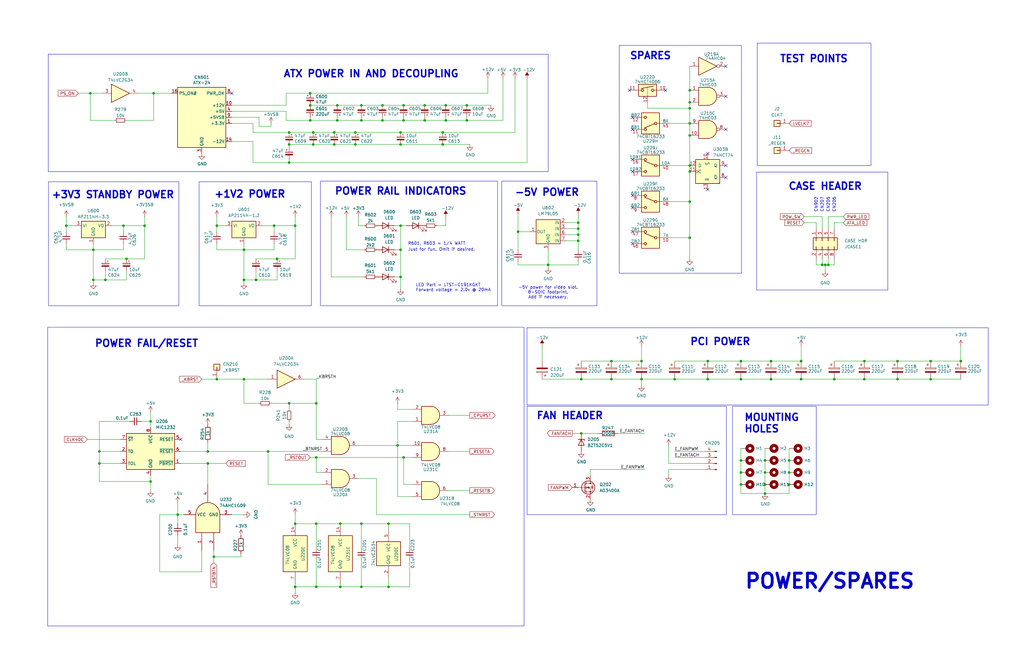
<source format=kicad_sch>
(kicad_sch (version 20231120) (generator "eeschema") (generator_version "8.0")
  (paper "B")
  (title_block (title "AMIGA PCI") (date "2025-07-11") (rev "6.0"))
  (junction (at 290.83 38.1))
  (junction (at 187.96 50.8))
  (junction (at 290.83 57.15))
  (junction (at 349.25 111.76))
  (junction (at 243.84 101.6))
  (junction (at 121.92 170.18))
  (junction (at 243.84 96.52))
  (junction (at 290.83 69.85))
  (junction (at 322.58 208.28))
  (junction (at 133.35 170.18))
  (junction (at 87.63 195.58))
  (junction (at 270.51 152.4))
  (junction (at 140.97 55.88))
  (junction (at 170.18 193.04))
  (junction (at 298.45 152.4))
  (junction (at 44.45 118.11))
  (junction (at 167.64 187.96))
  (junction (at 298.45 160.02))
  (junction (at 142.24 50.8))
  (junction (at 41.91 190.5))
  (junction (at 41.91 195.58))
  (junction (at 63.5 203.2))
  (junction (at 87.63 190.5))
  (junction (at 168.91 60.96))
  (junction (at 102.87 105.41))
  (junction (at 257.81 160.02))
  (junction (at 39.37 105.41))
  (junction (at 130.81 50.8))
  (junction (at 140.97 60.96))
  (junction (at 312.42 194.31))
  (junction (at 290.83 52.07))
  (junction (at 270.51 160.02))
  (junction (at 245.11 182.88))
  (junction (at 168.91 95.25))
  (junction (at 142.24 44.45))
  (junction (at 152.4 50.8))
  (junction (at 161.29 44.45))
  (junction (at 392.43 152.4))
  (junction (at 290.83 43.18))
  (junction (at 170.18 44.45))
  (junction (at 332.74 199.39))
  (junction (at 124.46 95.25))
  (junction (at 168.91 105.41))
  (junction (at 312.42 160.02))
  (junction (at 187.96 44.45))
  (junction (at 39.37 118.11))
  (junction (at 143.51 220.98))
  (junction (at 152.4 44.45))
  (junction (at 243.84 99.06))
  (junction (at 322.58 204.47))
  (junction (at 130.81 39.37))
  (junction (at 218.44 97.79))
  (junction (at 312.42 152.4))
  (junction (at 168.91 116.84))
  (junction (at 196.85 44.45))
  (junction (at 186.69 60.96))
  (junction (at 116.84 109.22))
  (junction (at 124.46 220.98))
  (junction (at 186.69 55.88))
  (junction (at 113.03 190.5))
  (junction (at 364.49 152.4))
  (junction (at 346.71 111.76))
  (junction (at 133.35 193.04))
  (junction (at 351.79 160.02))
  (junction (at 332.74 194.31))
  (junction (at 63.5 177.8))
  (junction (at 170.18 50.8))
  (junction (at 325.12 152.4))
  (junction (at 53.34 109.22))
  (junction (at 132.08 60.96))
  (junction (at 132.08 55.88))
  (junction (at 290.83 72.39))
  (junction (at 179.07 50.8))
  (junction (at 38.1 39.37))
  (junction (at 121.92 68.58))
  (junction (at 378.46 160.02))
  (junction (at 91.44 95.25))
  (junction (at 133.35 220.98))
  (junction (at 163.83 220.98))
  (junction (at 179.07 44.45))
  (junction (at 102.87 118.11))
  (junction (at 115.57 95.25))
  (junction (at 130.81 44.45))
  (junction (at 121.92 60.96))
  (junction (at 378.46 152.4))
  (junction (at 121.92 55.88))
  (junction (at 143.51 247.65))
  (junction (at 245.11 160.02))
  (junction (at 149.86 60.96))
  (junction (at 290.83 45.72))
  (junction (at 64.77 39.37))
  (junction (at 27.94 95.25))
  (junction (at 52.07 95.25))
  (junction (at 332.74 204.47))
  (junction (at 149.86 55.88))
  (junction (at 133.35 247.65))
  (junction (at 168.91 55.88))
  (junction (at 347.98 111.76))
  (junction (at 337.82 160.02))
  (junction (at 337.82 152.4))
  (junction (at 163.83 247.65))
  (junction (at 196.85 50.8))
  (junction (at 124.46 247.65))
  (junction (at 312.42 199.39))
  (junction (at 152.4 247.65))
  (junction (at 312.42 204.47))
  (junction (at 90.17 234.95))
  (junction (at 405.13 152.4))
  (junction (at 60.96 95.25))
  (junction (at 322.58 194.31))
  (junction (at 284.48 160.02))
  (junction (at 290.83 85.09))
  (junction (at 364.49 160.02))
  (junction (at 152.4 220.98))
  (junction (at 74.93 217.17))
  (junction (at 231.14 111.76))
  (junction (at 325.12 160.02))
  (junction (at 290.83 100.33))
  (junction (at 392.43 160.02))
  (junction (at 91.44 160.02))
  (junction (at 102.87 160.02))
  (junction (at 107.95 118.11))
  (junction (at 243.84 93.98))
  (junction (at 257.81 152.4))
  (junction (at 161.29 50.8))
  (junction (at 322.58 199.39))
  (no_connect (at 280.67 38.1))
  (no_connect (at 266.7 54.61))
  (no_connect (at 266.7 49.53))
  (no_connect (at 306.07 54.61))
  (no_connect (at 266.7 87.63))
  (no_connect (at 266.7 97.79))
  (no_connect (at 298.45 64.77))
  (no_connect (at 306.07 40.64))
  (no_connect (at 76.2 185.42))
  (no_connect (at 266.7 82.55))
  (no_connect (at 298.45 80.01))
  (no_connect (at 306.07 69.85))
  (no_connect (at 306.07 74.93))
  (no_connect (at 266.7 72.39))
  (no_connect (at 266.7 67.31))
  (no_connect (at 97.79 39.37))
  (no_connect (at 306.07 27.94))
  (no_connect (at 265.43 38.1))
  (no_connect (at 266.7 102.87))
  (wire (pts (xy 142.24 50.8) (xy 152.4 50.8)))
  (wire (pts (xy 102.87 118.11) (xy 107.95 118.11)))
  (wire (pts (xy 281.94 200.66) (xy 281.94 198.12)))
  (wire (pts (xy 167.64 187.96) (xy 167.64 209.55)))
  (wire (pts (xy 163.83 220.98) (xy 172.72 220.98)))
  (wire (pts (xy 27.94 102.87) (xy 27.94 105.41)))
  (wire (pts (xy 63.5 173.99) (xy 63.5 177.8)))
  (wire (pts (xy 74.93 217.17) (xy 77.47 217.17)))
  (wire (pts (xy 172.72 236.22) (xy 172.72 247.65)))
  (wire (pts (xy 115.57 105.41) (xy 102.87 105.41)))
  (wire (pts (xy 284.48 193.04) (xy 297.18 193.04)))
  (wire (pts (xy 179.07 44.45) (xy 187.96 44.45)))
  (wire (pts (xy 312.42 160.02) (xy 298.45 160.02)))
  (wire (pts (xy 284.48 190.5) (xy 297.18 190.5)))
  (wire (pts (xy 152.4 247.65) (xy 163.83 247.65)))
  (wire (pts (xy 325.12 160.02) (xy 312.42 160.02)))
  (wire (pts (xy 116.84 109.22) (xy 124.46 109.22)))
  (wire (pts (xy 38.1 39.37) (xy 43.18 39.37)))
  (wire (pts (xy 161.29 50.8) (xy 170.18 50.8)))
  (wire (pts (xy 151.13 91.44) (xy 151.13 95.25)))
  (wire (pts (xy 205.74 39.37) (xy 205.74 33.02)))
  (polyline (pts (xy 20.32 72.39) (xy 231.14 72.39)))
  (wire (pts (xy 351.79 152.4) (xy 364.49 152.4)))
  (wire (pts (xy 102.87 102.87) (xy 102.87 105.41)))
  (wire (pts (xy 168.91 116.84) (xy 168.91 121.92)))
  (wire (pts (xy 170.18 49.53) (xy 170.18 50.8)))
  (wire (pts (xy 130.81 44.45) (xy 142.24 44.45)))
  (wire (pts (xy 106.68 55.88) (xy 121.92 55.88)))
  (wire (pts (xy 133.35 220.98) (xy 133.35 231.14)))
  (wire (pts (xy 140.97 55.88) (xy 149.86 55.88)))
  (wire (pts (xy 273.05 45.72) (xy 290.83 45.72)))
  (wire (pts (xy 115.57 97.79) (xy 115.57 95.25)))
  (wire (pts (xy 121.92 68.58) (xy 106.68 68.58)))
  (wire (pts (xy 85.09 160.02) (xy 91.44 160.02)))
  (wire (pts (xy 58.42 39.37) (xy 64.77 39.37)))
  (wire (pts (xy 186.69 60.96) (xy 198.12 60.96)))
  (wire (pts (xy 337.82 146.05) (xy 337.82 152.4)))
  (wire (pts (xy 63.5 203.2) (xy 63.5 207.01)))
  (wire (pts (xy 135.89 199.39) (xy 133.35 199.39)))
  (wire (pts (xy 97.79 46.99) (xy 120.65 46.99)))
  (wire (pts (xy 270.51 160.02) (xy 270.51 162.56)))
  (wire (pts (xy 163.83 220.98) (xy 152.4 220.98)))
  (wire (pts (xy 290.83 27.94) (xy 290.83 38.1)))
  (wire (pts (xy 346.71 109.22) (xy 346.71 111.76)))
  (wire (pts (xy 152.4 220.98) (xy 152.4 231.14)))
  (wire (pts (xy 124.46 95.25) (xy 115.57 95.25)))
  (wire (pts (xy 312.42 194.31) (xy 312.42 189.23)))
  (wire (pts (xy 312.42 152.4) (xy 325.12 152.4)))
  (wire (pts (xy 351.79 93.98) (xy 355.6 93.98)))
  (wire (pts (xy 124.46 217.17) (xy 124.46 220.98)))
  (wire (pts (xy 196.85 44.45) (xy 207.01 44.45)))
  (wire (pts (xy 170.18 204.47) (xy 170.18 193.04)))
  (wire (pts (xy 101.6 234.95) (xy 90.17 234.95)))
  (wire (pts (xy 120.65 44.45) (xy 120.65 39.37)))
  (wire (pts (xy 53.34 109.22) (xy 60.96 109.22)))
  (wire (pts (xy 39.37 105.41) (xy 39.37 118.11)))
  (wire (pts (xy 153.67 105.41) (xy 146.05 105.41)))
  (wire (pts (xy 124.46 220.98) (xy 133.35 220.98)))
  (wire (pts (xy 102.87 160.02) (xy 113.03 160.02)))
  (wire (pts (xy 133.35 160.02) (xy 133.35 170.18)))
  (wire (pts (xy 158.75 217.17) (xy 158.75 201.93)))
  (wire (pts (xy 121.92 170.18) (xy 121.92 172.72)))
  (wire (pts (xy 151.13 187.96) (xy 167.64 187.96)))
  (wire (pts (xy 76.2 190.5) (xy 87.63 190.5)))
  (wire (pts (xy 186.69 55.88) (xy 217.17 55.88)))
  (wire (pts (xy 91.44 91.44) (xy 91.44 95.25)))
  (wire (pts (xy 27.94 105.41) (xy 39.37 105.41)))
  (wire (pts (xy 133.35 170.18) (xy 133.35 185.42)))
  (wire (pts (xy 161.29 44.45) (xy 170.18 44.45)))
  (wire (pts (xy 290.83 45.72) (xy 290.83 52.07)))
  (wire (pts (xy 344.17 109.22) (xy 344.17 111.76)))
  (wire (pts (xy 392.43 160.02) (xy 405.13 160.02)))
  (wire (pts (xy 121.92 179.07) (xy 121.92 177.8)))
  (wire (pts (xy 187.96 91.44) (xy 187.96 95.25)))
  (wire (pts (xy 238.76 96.52) (xy 243.84 96.52)))
  (wire (pts (xy 332.74 204.47) (xy 332.74 208.28)))
  (wire (pts (xy 60.96 95.25) (xy 52.07 95.25)))
  (wire (pts (xy 113.03 204.47) (xy 113.03 190.5)))
  (wire (pts (xy 231.14 111.76) (xy 243.84 111.76)))
  (wire (pts (xy 248.92 200.66) (xy 248.92 198.12)))
  (wire (pts (xy 50.8 190.5) (xy 41.91 190.5)))
  (wire (pts (xy 312.42 199.39) (xy 312.42 194.31)))
  (wire (pts (xy 41.91 190.5) (xy 41.91 195.58)))
  (wire (pts (xy 179.07 49.53) (xy 179.07 50.8)))
  (wire (pts (xy 152.4 50.8) (xy 161.29 50.8)))
  (wire (pts (xy 87.63 186.69) (xy 87.63 190.5)))
  (wire (pts (xy 53.34 114.3) (xy 53.34 118.11)))
  (wire (pts (xy 27.94 97.79) (xy 27.94 95.25)))
  (wire (pts (xy 114.3 53.34) (xy 114.3 52.07)))
  (wire (pts (xy 322.58 194.31) (xy 322.58 199.39)))
  (wire (pts (xy 27.94 91.44) (xy 27.94 95.25)))
  (wire (pts (xy 74.93 212.09) (xy 74.93 217.17)))
  (wire (pts (xy 344.17 96.52) (xy 344.17 93.98)))
  (wire (pts (xy 107.95 109.22) (xy 116.84 109.22)))
  (wire (pts (xy 270.51 146.05) (xy 270.51 152.4)))
  (wire (pts (xy 74.93 220.98) (xy 74.93 217.17)))
  (wire (pts (xy 346.71 96.52) (xy 346.71 91.44)))
  (polyline (pts (xy 20.32 22.86) (xy 20.32 72.39)))
  (wire (pts (xy 133.35 199.39) (xy 133.35 193.04)))
  (wire (pts (xy 167.64 177.8) (xy 173.99 177.8)))
  (wire (pts (xy 351.79 109.22) (xy 351.79 111.76)))
  (wire (pts (xy 222.25 33.02) (xy 222.25 68.58)))
  (wire (pts (xy 74.93 229.87) (xy 74.93 226.06)))
  (wire (pts (xy 97.79 49.53) (xy 109.22 49.53)))
  (wire (pts (xy 238.76 93.98) (xy 243.84 93.98)))
  (wire (pts (xy 161.29 49.53) (xy 161.29 50.8)))
  (wire (pts (xy 63.5 203.2) (xy 63.5 200.66)))
  (wire (pts (xy 121.92 60.96) (xy 132.08 60.96)))
  (wire (pts (xy 281.94 52.07) (xy 290.83 52.07)))
  (wire (pts (xy 173.99 172.72) (xy 167.64 172.72)))
  (wire (pts (xy 281.94 69.85) (xy 290.83 69.85)))
  (wire (pts (xy 107.95 114.3) (xy 107.95 118.11)))
  (wire (pts (xy 130.81 193.04) (xy 133.35 193.04)))
  (wire (pts (xy 41.91 177.8) (xy 41.91 190.5)))
  (wire (pts (xy 166.37 105.41) (xy 168.91 105.41)))
  (wire (pts (xy 364.49 160.02) (xy 378.46 160.02)))
  (wire (pts (xy 67.31 217.17) (xy 74.93 217.17)))
  (wire (pts (xy 187.96 50.8) (xy 196.85 50.8)))
  (wire (pts (xy 187.96 49.53) (xy 187.96 50.8)))
  (wire (pts (xy 257.81 152.4) (xy 270.51 152.4)))
  (wire (pts (xy 63.5 180.34) (xy 63.5 177.8)))
  (wire (pts (xy 158.75 201.93) (xy 151.13 201.93)))
  (wire (pts (xy 378.46 160.02) (xy 392.43 160.02)))
  (wire (pts (xy 121.92 170.18) (xy 133.35 170.18)))
  (wire (pts (xy 163.83 247.65) (xy 172.72 247.65)))
  (wire (pts (xy 284.48 152.4) (xy 298.45 152.4)))
  (wire (pts (xy 281.94 100.33) (xy 290.83 100.33)))
  (wire (pts (xy 166.37 95.25) (xy 168.91 95.25)))
  (wire (pts (xy 243.84 111.76) (xy 243.84 110.49)))
  (wire (pts (xy 130.81 49.53) (xy 130.81 50.8)))
  (wire (pts (xy 152.4 44.45) (xy 161.29 44.45)))
  (wire (pts (xy 163.83 247.65) (xy 163.83 243.84)))
  (wire (pts (xy 378.46 152.4) (xy 392.43 152.4)))
  (polyline (pts (xy 20.32 22.86) (xy 231.14 22.86)))
  (wire (pts (xy 167.64 170.18) (xy 167.64 172.72)))
  (wire (pts (xy 149.86 55.88) (xy 168.91 55.88)))
  (wire (pts (xy 102.87 105.41) (xy 102.87 118.11)))
  (wire (pts (xy 128.27 160.02) (xy 133.35 160.02)))
  (wire (pts (xy 107.95 118.11) (xy 116.84 118.11)))
  (wire (pts (xy 173.99 204.47) (xy 170.18 204.47)))
  (wire (pts (xy 284.48 160.02) (xy 270.51 160.02)))
  (wire (pts (xy 349.25 96.52) (xy 349.25 91.44)))
  (wire (pts (xy 231.14 113.03) (xy 231.14 111.76)))
  (wire (pts (xy 281.94 198.12) (xy 297.18 198.12)))
  (wire (pts (xy 152.4 49.53) (xy 152.4 50.8)))
  (wire (pts (xy 48.26 50.8) (xy 38.1 50.8)))
  (wire (pts (xy 97.79 217.17) (xy 102.87 217.17)))
  (wire (pts (xy 106.68 59.69) (xy 106.68 68.58)))
  (wire (pts (xy 238.76 101.6) (xy 243.84 101.6)))
  (wire (pts (xy 312.42 204.47) (xy 312.42 208.28)))
  (wire (pts (xy 218.44 111.76) (xy 231.14 111.76)))
  (wire (pts (xy 130.81 50.8) (xy 142.24 50.8)))
  (wire (pts (xy 133.35 236.22) (xy 133.35 247.65)))
  (wire (pts (xy 130.81 39.37) (xy 205.74 39.37)))
  (wire (pts (xy 101.6 233.68) (xy 101.6 234.95)))
  (wire (pts (xy 290.83 57.15) (xy 290.83 69.85)))
  (wire (pts (xy 332.74 194.31) (xy 332.74 199.39)))
  (wire (pts (xy 64.77 39.37) (xy 72.39 39.37)))
  (wire (pts (xy 63.5 177.8) (xy 59.69 177.8)))
  (wire (pts (xy 153.67 116.84) (xy 139.7 116.84)))
  (wire (pts (xy 132.08 60.96) (xy 140.97 60.96)))
  (wire (pts (xy 140.97 60.96) (xy 149.86 60.96)))
  (wire (pts (xy 97.79 59.69) (xy 106.68 59.69)))
  (wire (pts (xy 91.44 160.02) (xy 102.87 160.02)))
  (wire (pts (xy 392.43 152.4) (xy 405.13 152.4)))
  (wire (pts (xy 243.84 93.98) (xy 243.84 96.52)))
  (wire (pts (xy 36.83 185.42) (xy 50.8 185.42)))
  (wire (pts (xy 189.23 175.26) (xy 198.12 175.26)))
  (wire (pts (xy 218.44 105.41) (xy 218.44 97.79)))
  (wire (pts (xy 44.45 114.3) (xy 44.45 118.11)))
  (wire (pts (xy 349.25 91.44) (xy 355.6 91.44)))
  (wire (pts (xy 52.07 95.25) (xy 46.99 95.25)))
  (wire (pts (xy 349.25 111.76) (xy 347.98 111.76)))
  (wire (pts (xy 212.09 33.02) (xy 212.09 50.8)))
  (wire (pts (xy 41.91 195.58) (xy 41.91 203.2)))
  (wire (pts (xy 39.37 118.11) (xy 44.45 118.11)))
  (wire (pts (xy 85.09 232.41) (xy 85.09 241.3)))
  (wire (pts (xy 248.92 198.12) (xy 271.78 198.12)))
  (wire (pts (xy 91.44 97.79) (xy 91.44 95.25)))
  (wire (pts (xy 218.44 97.79) (xy 223.52 97.79)))
  (wire (pts (xy 217.17 33.02) (xy 217.17 55.88)))
  (wire (pts (xy 76.2 195.58) (xy 87.63 195.58)))
  (wire (pts (xy 184.15 95.25) (xy 187.96 95.25)))
  (wire (pts (xy 187.96 44.45) (xy 196.85 44.45)))
  (wire (pts (xy 170.18 50.8) (xy 179.07 50.8)))
  (wire (pts (xy 196.85 49.53) (xy 196.85 50.8)))
  (wire (pts (xy 290.83 85.09) (xy 290.83 100.33)))
  (wire (pts (xy 339.09 91.44) (xy 346.71 91.44)))
  (wire (pts (xy 281.94 195.58) (xy 297.18 195.58)))
  (wire (pts (xy 85.09 241.3) (xy 67.31 241.3)))
  (wire (pts (xy 351.79 96.52) (xy 351.79 93.98)))
  (wire (pts (xy 135.89 204.47) (xy 113.03 204.47)))
  (wire (pts (xy 143.51 247.65) (xy 152.4 247.65)))
  (wire (pts (xy 163.83 223.52) (xy 163.83 220.98)))
  (wire (pts (xy 168.91 60.96) (xy 186.69 60.96)))
  (wire (pts (xy 114.3 170.18) (xy 121.92 170.18)))
  (polyline (pts (xy 231.14 72.39) (xy 231.14 22.86)))
  (wire (pts (xy 349.25 109.22) (xy 349.25 111.76)))
  (wire (pts (xy 97.79 52.07) (xy 106.68 52.07)))
  (wire (pts (xy 116.84 114.3) (xy 116.84 118.11)))
  (wire (pts (xy 298.45 160.02) (xy 284.48 160.02)))
  (wire (pts (xy 245.11 160.02) (xy 257.81 160.02)))
  (wire (pts (xy 41.91 195.58) (xy 50.8 195.58)))
  (wire (pts (xy 91.44 102.87) (xy 91.44 105.41)))
  (wire (pts (xy 139.7 91.44) (xy 139.7 116.84)))
  (wire (pts (xy 124.46 250.19) (xy 124.46 247.65)))
  (wire (pts (xy 149.86 60.96) (xy 168.91 60.96)))
  (wire (pts (xy 312.42 208.28) (xy 322.58 208.28)))
  (wire (pts (xy 52.07 105.41) (xy 39.37 105.41)))
  (wire (pts (xy 168.91 55.88) (xy 186.69 55.88)))
  (wire (pts (xy 337.82 160.02) (xy 351.79 160.02)))
  (wire (pts (xy 170.18 193.04) (xy 173.99 193.04)))
  (wire (pts (xy 120.65 46.99) (xy 120.65 50.8)))
  (wire (pts (xy 281.94 85.09) (xy 290.83 85.09)))
  (wire (pts (xy 260.35 182.88) (xy 271.78 182.88)))
  (wire (pts (xy 228.6 160.02) (xy 245.11 160.02)))
  (wire (pts (xy 168.91 95.25) (xy 168.91 105.41)))
  (wire (pts (xy 39.37 102.87) (xy 39.37 105.41)))
  (wire (pts (xy 53.34 50.8) (xy 64.77 50.8)))
  (wire (pts (xy 102.87 119.38) (xy 102.87 118.11)))
  (wire (pts (xy 290.83 43.18) (xy 290.83 45.72)))
  (wire (pts (xy 113.03 190.5) (xy 135.89 190.5)))
  (wire (pts (xy 168.91 95.25) (xy 171.45 95.25)))
  (wire (pts (xy 243.84 90.17) (xy 243.84 93.98)))
  (wire (pts (xy 231.14 105.41) (xy 231.14 111.76)))
  (wire (pts (xy 405.13 146.05) (xy 405.13 152.4)))
  (wire (pts (xy 120.65 50.8) (xy 130.81 50.8)))
  (wire (pts (xy 91.44 105.41) (xy 102.87 105.41)))
  (wire (pts (xy 243.84 101.6) (xy 243.84 105.41)))
  (wire (pts (xy 238.76 99.06) (xy 243.84 99.06)))
  (wire (pts (xy 245.11 182.88) (xy 252.73 182.88)))
  (wire (pts (xy 133.35 220.98) (xy 143.51 220.98)))
  (wire (pts (xy 67.31 241.3) (xy 67.31 217.17)))
  (wire (pts (xy 152.4 236.22) (xy 152.4 247.65)))
  (wire (pts (xy 64.77 50.8) (xy 64.77 39.37)))
  (wire (pts (xy 132.08 55.88) (xy 140.97 55.88)))
  (wire (pts (xy 41.91 203.2) (xy 63.5 203.2)))
  (wire (pts (xy 325.12 160.02) (xy 337.82 160.02)))
  (wire (pts (xy 114.3 53.34) (xy 109.22 53.34)))
  (wire (pts (xy 198.12 217.17) (xy 158.75 217.17)))
  (wire (pts (xy 167.64 209.55) (xy 173.99 209.55)))
  (wire (pts (xy 322.58 204.47) (xy 322.58 208.28)))
  (wire (pts (xy 52.07 102.87) (xy 52.07 105.41)))
  (wire (pts (xy 121.92 62.23) (xy 121.92 60.96)))
  (wire (pts (xy 243.84 99.06) (xy 243.84 101.6)))
  (wire (pts (xy 170.18 44.45) (xy 179.07 44.45)))
  (wire (pts (xy 102.87 170.18) (xy 102.87 160.02)))
  (wire (pts (xy 290.83 69.85) (xy 290.83 72.39)))
  (wire (pts (xy 87.63 190.5) (xy 113.03 190.5)))
  (wire (pts (xy 332.74 189.23) (xy 332.74 194.31)))
  (wire (pts (xy 115.57 95.25) (xy 110.49 95.25)))
  (wire (pts (xy 121.92 68.58) (xy 121.92 67.31)))
  (wire (pts (xy 325.12 152.4) (xy 337.82 152.4)))
  (wire (pts (xy 38.1 50.8) (xy 38.1 39.37)))
  (wire (pts (xy 124.46 91.44) (xy 124.46 95.25)))
  (wire (pts (xy 121.92 55.88) (xy 132.08 55.88)))
  (wire (pts (xy 298.45 152.4) (xy 312.42 152.4)))
  (wire (pts (xy 245.11 152.4) (xy 257.81 152.4)))
  (wire (pts (xy 243.84 96.52) (xy 243.84 99.06)))
  (wire (pts (xy 312.42 199.39) (xy 312.42 204.47)))
  (wire (pts (xy 228.6 146.05) (xy 228.6 152.4)))
  (wire (pts (xy 109.22 170.18) (xy 102.87 170.18)))
  (wire (pts (xy 168.91 105.41) (xy 168.91 116.84)))
  (wire (pts (xy 218.44 110.49) (xy 218.44 111.76)))
  (wire (pts (xy 179.07 50.8) (xy 187.96 50.8)))
  (wire (pts (xy 91.44 95.25) (xy 95.25 95.25)))
  (wire (pts (xy 322.58 199.39) (xy 322.58 204.47)))
  (wire (pts (xy 172.72 220.98) (xy 172.72 231.14)))
  (wire (pts (xy 241.3 182.88) (xy 245.11 182.88)))
  (wire (pts (xy 33.02 39.37) (xy 38.1 39.37)))
  (wire (pts (xy 189.23 190.5) (xy 198.12 190.5)))
  (wire (pts (xy 146.05 91.44) (xy 146.05 105.41)))
  (wire (pts (xy 54.61 177.8) (xy 41.91 177.8)))
  (wire (pts (xy 44.45 109.22) (xy 53.34 109.22)))
  (wire (pts (xy 290.83 72.39) (xy 290.83 85.09)))
  (wire (pts (xy 332.74 199.39) (xy 332.74 204.47)))
  (wire (pts (xy 344.17 93.98) (xy 339.09 93.98)))
  (wire (pts (xy 87.63 204.47) (xy 87.63 195.58)))
  (wire (pts (xy 106.68 52.07) (xy 106.68 55.88)))
  (wire (pts (xy 166.37 116.84) (xy 168.91 116.84)))
  (wire (pts (xy 143.51 246.38) (xy 143.51 247.65)))
  (wire (pts (xy 44.45 118.11) (xy 53.34 118.11)))
  (wire (pts (xy 351.79 111.76) (xy 349.25 111.76)))
  (wire (pts (xy 133.35 185.42) (xy 135.89 185.42)))
  (wire (pts (xy 290.83 100.33) (xy 290.83 109.22)))
  (wire (pts (xy 347.98 111.76) (xy 346.71 111.76)))
  (wire (pts (xy 124.46 109.22) (xy 124.46 95.25)))
  (wire (pts (xy 167.64 177.8) (xy 167.64 187.96)))
  (wire (pts (xy 90.17 234.95) (xy 90.17 232.41)))
  (wire (pts (xy 120.65 39.37) (xy 130.81 39.37)))
  (wire (pts (xy 121.92 68.58) (xy 222.25 68.58)))
  (wire (pts (xy 290.83 38.1) (xy 290.83 43.18)))
  (wire (pts (xy 97.79 44.45) (xy 120.65 44.45)))
  (wire (pts (xy 346.71 111.76) (xy 344.17 111.76)))
  (wire (pts (xy 60.96 91.44) (xy 60.96 95.25)))
  (wire (pts (xy 322.58 189.23) (xy 322.58 194.31)))
  (wire (pts (xy 39.37 119.38) (xy 39.37 118.11)))
  (wire (pts (xy 87.63 195.58) (xy 95.25 195.58)))
  (wire (pts (xy 143.51 220.98) (xy 152.4 220.98)))
  (wire (pts (xy 347.98 114.3) (xy 347.98 111.76)))
  (wire (pts (xy 133.35 247.65) (xy 143.51 247.65)))
  (wire (pts (xy 281.94 187.96) (xy 281.94 195.58)))
  (wire (pts (xy 90.17 237.49) (xy 90.17 234.95)))
  (wire (pts (xy 60.96 109.22) (xy 60.96 95.25)))
  (wire (pts (xy 142.24 44.45) (xy 152.4 44.45)))
  (wire (pts (xy 273.05 43.18) (xy 273.05 45.72)))
  (wire (pts (xy 290.83 52.07) (xy 290.83 57.15)))
  (wire (pts (xy 257.81 160.02) (xy 270.51 160.02)))
  (wire (pts (xy 364.49 160.02) (xy 351.79 160.02)))
  (wire (pts (xy 167.64 187.96) (xy 173.99 187.96)))
  (wire (pts (xy 153.67 95.25) (xy 151.13 95.25)))
  (wire (pts (xy 189.23 207.01) (xy 198.12 207.01)))
  (wire (pts (xy 196.85 50.8) (xy 212.09 50.8)))
  (wire (pts (xy 109.22 53.34) (xy 109.22 49.53)))
  (wire (pts (xy 364.49 152.4) (xy 378.46 152.4)))
  (wire (pts (xy 115.57 102.87) (xy 115.57 105.41)))
  (wire (pts (xy 27.94 95.25) (xy 31.75 95.25)))
  (wire (pts (xy 218.44 90.17) (xy 218.44 97.79)))
  (wire (pts (xy 142.24 49.53) (xy 142.24 50.8)))
  (wire (pts (xy 52.07 97.79) (xy 52.07 95.25)))
  (wire (pts (xy 124.46 247.65) (xy 133.35 247.65)))
  (wire (pts (xy 124.46 246.38) (xy 124.46 247.65)))
  (wire (pts (xy 322.58 208.28) (xy 332.74 208.28)))
  (wire (pts (xy 133.35 193.04) (xy 170.18 193.04)))
  (rectangle (start 211.582 76.454) (end 251.714 129.032))
  (rectangle (start 319.278 18.161) (end 367.284 69.85))
  (rectangle (start 261.112 19.177) (end 312.674 115.316))
  (rectangle (start 222.23 138.303) (end 416.687 170.942))
  (rectangle (start 20.447 76.708) (end 75.438 129.032))
  (rectangle (start 83.947 76.708) (end 131.318 129.032))
  (rectangle (start 135.128 76.454) (end 209.804 129.032))
  (rectangle (start 20.084 138.1) (end 220.98 264.16))
  (rectangle (start 308.864 171.45) (end 344.17 217.17))
  (rectangle (start 222.25 171.45) (end 306.324 217.17))
  (rectangle (start 319.024 72.644) (end 374.396 122.428))
  (text "-5V POWER" (at 216.916 83.058 0) (effects (font (size 3 3) (thickness 0.6) (bold yes)) (justify left bottom)))
  (text "FAN HEADER" (at 226.06 177.292 0) (effects (font (size 2.9972 2.9972) (thickness 0.5994) (bold yes)) (justify left bottom)))
  (text "CN902" (at 344.17 86.36 90) (effects (font (size 1.27 1.27))))
  (text "CASE HEADER" (at 347.98 78.74 0) (effects (font (size 3 3) (thickness 0.6) (bold yes))))
  (text "MOUNTING\nHOLES" (at 313.69 182.88 0) (effects (font (size 2.9972 2.9972) (thickness 0.5994) (bold yes)) (justify left bottom)))
  (text "TEST POINTS" (at 328.676 26.67 0) (effects (font (size 2.9972 2.9972) (thickness 0.5994) (bold yes)) (justify left bottom)))
  (text "PCI POWER" (at 290.83 146.05 0) (effects (font (size 3 3) (thickness 0.6) (bold yes)) (justify left bottom)))
  (text "LED Part = LTST-C191KGKT\nForward voltage = 2.0v @ 20mA" (at 175.26 123.19 0) (effects (font (size 1.27 1.27)) (justify left bottom)))
  (text "SPARES" (at 265.43 25.4 0) (effects (font (size 2.9972 2.9972) (thickness 0.5994) (bold yes)) (justify left bottom)))
  (text "CN205" (at 349.25 86.36 90) (effects (font (size 1.27 1.27))))
  (text "+3V3 STANDBY POWER" (at 21.59 84.074 0) (effects (font (size 3 3) (thickness 0.6) (bold yes)) (justify left bottom)))
  (text "ATX POWER IN AND DECOUPLING" (at 119.38 33.02 0) (effects (font (size 3 3) (thickness 0.6) (bold yes)) (justify left bottom)))
  (text "R601, R603 = 1/4 WATT" (at 184.15 102.87 0) (effects (font (size 1.27 1.27))))
  (text "POWER RAIL INDICATORS" (at 140.97 82.55 0) (effects (font (size 3 3) (thickness 0.6) (bold yes)) (justify left bottom)))
  (text "-5V power for video slot.\n8-SOIC footprint.\nAdd if necessary." (at 231.14 123.444 0) (effects (font (size 1.27 1.27))))
  (text "CN206" (at 351.79 86.36 90) (effects (font (size 1.27 1.27))))
  (text "+1V2 POWER" (at 90.17 83.82 0) (effects (font (size 3 3) (thickness 0.6) (bold yes)) (justify left bottom)))
  (text "POWER/SPARES" (at 313.69 248.92 0) (effects (font (size 6 6) (thickness 1.2) (bold yes)) (justify left bottom)))
  (text "CN207" (at 346.71 86.36 90) (effects (font (size 1.27 1.27))))
  (text "POWER FAIL/RESET" (at 83.82 146.812 0) (effects (font (size 2.9972 2.9972) (thickness 0.5994) (bold yes)) (justify right bottom)))
  (text "Just for fun. Omit if desired." (at 186.182 105.41 0) (effects (font (size 1.27 1.27))))
  (label "_BTNRST" (at 135.89 190.5 180))
  (label "_KBRSTH" (at 133.35 160.02 0))
  (label "E_FANPWM" (at 284.48 190.5 0))
  (label "E_FANPWM" (at 271.78 198.12 180))
  (label "E_FANTACH" (at 271.78 182.88 180))
  (label "E_FANTACH" (at 284.48 193.04 0))
  (global_label "POW_SW" (shape input) (at 339.09 91.44 180) (property "Intersheetrefs" "${INTERSHEET_REFS}" (at 328.4244 91.44 0) (effects (justify right))))
  (global_label "FANPWM" (shape input) (at 241.3 205.74 180) (property "Intersheetrefs" "${INTERSHEET_REFS}" (at 230.6343 205.74 0) (effects (justify right))))
  (global_label "_STMRST" (shape output) (at 198.12 217.17 0) (property "Intersheetrefs" "${INTERSHEET_REFS}" (at 209.804 217.17 0) (effects (justify left))))
  (global_label "ATA_LED" (shape input) (at 355.6 93.98 0) (property "Intersheetrefs" "${INTERSHEET_REFS}" (at 366.1447 93.98 0) (effects (justify left))))
  (global_label "_RSTOUT" (shape input) (at 130.81 193.04 180) (property "Intersheetrefs" "${INTERSHEET_REFS}" (at 119.7815 193.04 0) (effects (justify right))))
  (global_label "_RESETB" (shape output) (at 198.12 207.01 0) (property "Intersheetrefs" "${INTERSHEET_REFS}" (at 209.0879 207.01 0) (effects (justify left))))
  (global_label "_RSTBTN" (shape input) (at 90.17 237.49 270) (property "Intersheetrefs" "${INTERSHEET_REFS}" (at 90.17 248.458 90) (effects (justify right))))
  (global_label "RESET" (shape input) (at 339.09 93.98 180) (property "Intersheetrefs" "${INTERSHEET_REFS}" (at 330.3597 93.98 0) (effects (justify right))))
  (global_label "PWR_LED" (shape input) (at 355.6 91.44 0) (property "Intersheetrefs" "${INTERSHEET_REFS}" (at 366.9913 91.44 0) (effects (justify left))))
  (global_label "_REGEN" (shape input) (at 332.74 63.5 0) (property "Intersheetrefs" "${INTERSHEET_REFS}" (at 342.8613 63.5 0) (effects (justify left))))
  (global_label "PS_ON" (shape input) (at 33.02 39.37 180) (property "Intersheetrefs" "${INTERSHEET_REFS}" (at 27.94 36.576 0) (effects (justify right))))
  (global_label "_CPURST" (shape output) (at 198.12 175.26 0) (property "Intersheetrefs" "${INTERSHEET_REFS}" (at 209.3904 175.26 0) (effects (justify left))))
  (global_label "CLK40C" (shape input) (at 36.83 185.42 180) (property "Intersheetrefs" "${INTERSHEET_REFS}" (at 26.5877 185.42 0) (effects (justify right))))
  (global_label "_KBRST" (shape input) (at 85.09 160.02 180) (property "Intersheetrefs" "${INTERSHEET_REFS}" (at 75.1501 160.02 0) (effects (justify right))))
  (global_label "FANTACH" (shape output) (at 241.3 182.88 180) (property "Intersheetrefs" "${INTERSHEET_REFS}" (at 230.1504 182.88 0) (effects (justify right))))
  (global_label "LVCLK7" (shape input) (at 332.74 52.07 0) (property "Intersheetrefs" "${INTERSHEET_REFS}" (at 342.6195 52.07 0) (effects (justify left))))
  (global_label "_RESETA" (shape output) (at 198.12 190.5 0) (property "Intersheetrefs" "${INTERSHEET_REFS}" (at 208.9065 190.5 0) (effects (justify left))))
  (global_label "RESET" (shape input) (at 95.25 195.58 0) (property "Intersheetrefs" "${INTERSHEET_REFS}" (at 103.124 195.58 0) (effects (justify left))))
  (symbol (lib_id "power:-5V") (at 218.44 90.17 0) (unit 1)
    (property "Reference" "#PWR0305" (effects (hide yes)))
    (property "Value" "-5V" (at 218.44 86.614 0))
    (property "Description" "Power symbol creates a global label with name \"-5V\"" (effects (hide yes)))
  )
  (symbol (lib_id "Mechanical:MountingHole_Pad") (at 335.28 189.23 270) (unit 1) (in_bom no)
    (property "Reference" "H3" (at 339.09 189.23 90) (effects (justify left)))
    (property "Value" "MountingHole_Pad" (effects (hide yes)))
    (property "Footprint" "MountingHole:MountingHole_4mm_Pad" (effects (hide yes)))
  )
  (symbol (lib_id "AmigaPCI-Symbols:CP_Small-Device") (at 186.69 58.42 0) (mirror y) (unit 1)
    (property "Reference" "C613" (at 188.9252 59.5884 0) (effects (justify right)))
    (property "Value" "10uF" (at 188.9252 57.277 0) (effects (justify right)))
    (property "Footprint" "Capacitor_THT:CP_Radial_D5.0mm_P2.00mm" (effects (hide yes)))
  )
  (symbol (lib_name "GND_1") (lib_id "power:GND") (at 121.92 179.07 0) (unit 1)
    (property "Reference" "#PWR143" (effects (hide yes)))
    (property "Value" "GND" (at 121.92 184.15 0))
    (property "Description" "Power symbol creates a global label with name \"GND\" , ground" (effects (hide yes)))
  )
  (symbol (lib_id "power:-12V") (at 243.84 90.17 0) (unit 1)
    (property "Reference" "#PWR0339" (effects (hide yes)))
    (property "Value" "-12V" (at 244.602 86.614 0))
  )
  (symbol (lib_name "+5V_1") (lib_id "power:+5V") (at 74.93 212.09 0) (unit 1)
    (property "Reference" "#PWR0235" (effects (hide yes)))
    (property "Value" "+5V" (at 74.93 208.28 0))
    (property "Description" "Power symbol creates a global label with name \"+5V\"" (effects (hide yes)))
  )
  (symbol (lib_id "power:-12V") (at 228.6 146.05 0) (unit 1)
    (property "Reference" "#PWR0101" (effects (hide yes)))
    (property "Value" "-12V" (at 228.6 142.4742 0))
  )
  (symbol (lib_id "Analog_Switch:CD4066BE") (at 273.05 38.1 0) (unit 4)
    (property "Reference" "U222" (at 273.05 32.5501 0))
    (property "Value" "74HCT4066" (at 273.05 34.4711 0))
    (property "Footprint" "Package_SO:TSSOP-14_4.4x5mm_P0.65mm" (effects (hide yes)))
    (property "Datasheet" "https://www.ti.com/lit/ds/symlink/cd4066b.pdf" (effects (hide yes)))
  )
  (symbol (lib_id "power:+5V") (at 212.09 33.02 0) (unit 1)
    (property "Reference" "#PWR0172" (effects (hide yes)))
    (property "Value" "+5V" (at 211.455 29.464 0))
  )
  (symbol (lib_id "74xx:74HC74") (at 298.45 72.39 0) (unit 2)
    (property "Reference" "U303" (at 300.6441 62.992 0) (effects (justify left)))
    (property "Value" "74HCT74" (at 300.6441 65.532 0) (effects (justify left)))
    (property "Footprint" "Package_SO:TSSOP-14_4.4x5mm_P0.65mm" (effects (hide yes)))
  )
  (symbol (lib_id "power:GND") (at 85.09 64.77 0) (unit 1)
    (property "Reference" "#PWR0166" (effects (hide yes)))
    (property "Value" "GND" (at 85.217 69.1642 0))
  )
  (symbol (lib_id "Device:LED") (at 162.56 95.25 0) (mirror y) (unit 1)
    (property "Reference" "D600" (at 164.1475 89.408 0))
    (property "Value" "LED" (at 164.1475 91.948 0))
    (property "Footprint" "LED_SMD:LED_0603_1608Metric" (effects (hide yes)))
  )
  (symbol (lib_id "Device:R") (at 101.6 229.87 0) (mirror x) (unit 1)
    (property "Reference" "R227" (at 99.314 227.584 90) (effects (justify left)))
    (property "Value" "1k" (at 101.6 228.6 90) (effects (justify left)))
    (property "Footprint" "Resistor_SMD:R_0603_1608Metric" (effects (hide yes)))
  )
  (symbol (lib_id "Device:C_Polarized") (at 325.12 156.21 0) (unit 1)
    (property "Reference" "C114" (at 328.041 154.6773 0) (effects (justify left)))
    (property "Value" "220uF" (at 328.041 156.5983 0) (effects (justify left)))
    (property "Footprint" "Capacitor_THT:CP_Radial_D6.3mm_P2.50mm" (effects (hide yes)))
  )
  (symbol (lib_name "+3V3_1") (lib_id "power:+3V3") (at 101.6 226.06 0) (unit 1)
    (property "Reference" "#PWR199" (effects (hide yes)))
    (property "Value" "+3V3" (at 101.6 221.996 0))
    (property "Description" "Power symbol creates a global label with name \"+3V3\"" (effects (hide yes)))
  )
  (symbol (lib_id "AmigaPCI-Symbols:CP_Small-Device") (at 161.29 46.99 180) (unit 1)
    (property "Reference" "C604" (at 163.5252 45.8216 0) (effects (justify right)))
    (property "Value" "47uF" (at 163.5252 48.133 0) (effects (justify right)))
    (property "Footprint" "Capacitor_THT:CP_Radial_D5.0mm_P2.00mm" (effects (hide yes)))
  )
  (symbol (lib_id "power:GND") (at 102.87 119.38 0) (unit 1)
    (property "Reference" "#PWR0248" (effects (hide yes)))
    (property "Value" "GND" (at 102.87 123.952 0))
  )
  (symbol (lib_id "Transistor_FET:AO3400A") (at 246.38 205.74 0) (unit 1)
    (property "Reference" "Q202" (at 252.73 204.4699 0) (effects (justify left)))
    (property "Value" "AO3400A" (at 252.73 207.0099 0) (effects (justify left)))
    (property "Footprint" "Package_TO_SOT_SMD:SOT-23" (effects (hide yes)))
    (property "Datasheet" "http://www.aosmd.com/pdfs/datasheet/AO3400A.pdf" (effects (hide yes)))
    (property "Description" "30V Vds, 5.7A Id, N-Channel MOSFET, SOT-23" (effects (hide yes)))
  )
  (symbol (lib_id "74xx:74LS08") (at 143.51 233.68 0) (unit 5)
    (property "Reference" "U231" (at 146.812 236.855 90) (effects (justify left)))
    (property "Value" "74LVC08" (at 140.335 238.506 90) (effects (justify left)))
    (property "Footprint" "Package_SO:TSSOP-14_4.4x5mm_P0.65mm" (effects (hide yes)))
    (property "Datasheet" "http://www.ti.com/lit/gpn/sn74LS08" (effects (hide yes)))
  )
  (symbol (lib_id "Mechanical:MountingHole_Pad") (at 325.12 194.31 270) (unit 1) (in_bom no)
    (property "Reference" "H5" (at 328.93 194.31 90) (effects (justify left)))
    (property "Value" "MountingHole_Pad" (effects (hide yes)))
    (property "Footprint" "MountingHole:MountingHole_4mm_Pad" (effects (hide yes)))
  )
  (symbol (lib_id "power:GND") (at 207.01 44.45 0) (unit 1)
    (property "Reference" "#PWR0170" (effects (hide yes)))
    (property "Value" "GND" (at 207.137 48.8442 0))
  )
  (symbol (lib_id "AmigaPCI-Symbols:ATX-24-Amiga") (at 85.09 49.53 0) (unit 1)
    (property "Reference" "CN601" (at 85.09 32.5882 0))
    (property "Value" "ATX-24" (at 85.09 34.8996 0))
    (property "Footprint" "Connector_Molex:Molex_Mini-Fit_Jr_5566-24A_2x12_P4.20mm_Vertical" (effects (hide yes)))
    (property "Datasheet" "https://www.intel.com/content/dam/www/public/us/en/documents/guides/power-supply-design-guide-june.pdf#page=33" (effects (hide yes)))
    (property "Part" "39281243" (effects (hide yes)))
  )
  (symbol (lib_id "power:-12V") (at 222.25 33.02 0) (unit 1)
    (property "Reference" "#PWR0167" (effects (hide yes)))
    (property "Value" "-12V" (at 223.012 29.464 0))
  )
  (symbol (lib_id "Connector_Generic:Conn_01x01") (at 327.66 63.5 180) (unit 1)
    (property "Reference" "J11" (at 327.66 57.912 0))
    (property "Value" "_REGEN" (at 327.66 60.452 0))
    (property "Footprint" "Connector_PinHeader_2.54mm:PinHeader_1x01_P2.54mm_Vertical" (effects (hide yes)))
  )
  (symbol (lib_id "Device:C_Small") (at 133.35 233.68 0) (unit 1)
    (property "Reference" "C251" (at 134.62 232.664 90) (effects (justify left)))
    (property "Value" "0.1uF" (at 134.62 239.903 90) (effects (justify left)))
    (property "Footprint" "Capacitor_SMD:C_0603_1608Metric" (effects (hide yes)))
  )
  (symbol (lib_id "AmigaPCI-Symbols:74CBT16233") (at 274.32 85.09 0) (mirror y) (unit 6)
    (property "Reference" "U229" (at 274.32 77.6351 0))
    (property "Value" "74CBT16233" (at 274.32 79.5561 0))
    (property "Footprint" "Package_SO:SSOP-56_7.5x18.5mm_P0.635mm" (effects (hide yes)))
    (property "Datasheet" "https://www.ti.com/lit/ds/symlink/sn74cbt16233.pdf?HQS=dis-dk-null-digikeymode-dsf-pf-null-wwe&ts=1686702107606&ref_url=https%253A%252F%252Fwww.ti.com%252Fgeneral%252Fdocs%252Fsuppproductinfo.tsp%253FdistId%253D10%2526gotoUrl%253Dhttps%253A%252F%252Fwww.ti.com%252Flit%252Fgpn%252Fsn74cbt16233" (effects (hide yes)))
    (property "Part Number" "SN74CBT16233DL" (effects (hide yes)))
  )
  (symbol (lib_id "74xGxx:74AHC1G08") (at 87.63 217.17 90) (unit 1)
    (property "Reference" "U232" (at 95.25 210.82 90))
    (property "Value" "74AHC1G09" (at 98.044 213.36 90))
    (property "Footprint" "Package_TO_SOT_SMD:SOT-23-5" (effects (hide yes)))
    (property "Datasheet" "https://assets.nexperia.com/documents/data-sheet/74AHC1G09.pdf" (effects (hide yes)))
    (property "Description" "Single AND Gate, Open Drain, Low-Voltage CMOS" (effects (hide yes)))
  )
  (symbol (lib_id "Mechanical:MountingHole_Pad") (at 335.28 204.47 270) (unit 1) (in_bom no)
    (property "Reference" "H12" (at 339.09 204.47 90) (effects (justify left)))
    (property "Value" "MountingHole_Pad" (effects (hide yes)))
    (property "Footprint" "MountingHole:MountingHole_3.5mm_Pad" (effects (hide yes)))
  )
  (symbol (lib_id "74xx:74LS08") (at 181.61 190.5 0) (mirror x) (unit 3)
    (property "Reference" "U231" (at 181.61 198.12 0))
    (property "Value" "74LVC08" (at 181.61 196.199 0))
    (property "Footprint" "Package_SO:TSSOP-14_4.4x5mm_P0.65mm" (effects (hide yes)))
    (property "Datasheet" "http://www.ti.com/lit/gpn/sn74LS08" (effects (hide yes)))
  )
  (symbol (lib_id "Device:R_Small") (at 156.21 105.41 90) (unit 1)
    (property "Reference" "R600" (at 156.21 100.838 90))
    (property "Value" "2k2" (at 156.21 103.378 90))
    (property "Footprint" "Resistor_SMD:R_0603_1608Metric" (effects (hide yes)))
  )
  (symbol (lib_id "Connector:Conn_01x04_Pin") (at 302.26 195.58 180) (unit 1)
    (property "Reference" "CN205" (at 297.18 186.944 0) (effects (justify right)))
    (property "Value" "Case Fan" (effects (hide yes)))
    (property "Footprint" "Connector:FanPinHeader_1x04_P2.54mm_Vertical" (effects (hide yes)))
    (property "Description" "Generic connector, single row, 01x04, script generated" (effects (hide yes)))
    (property "PartNumber" "Molex 0470531000 or 0470533000" (effects (hide yes)))
  )
  (symbol (lib_id "Mechanical:MountingHole_Pad") (at 335.28 194.31 270) (unit 1) (in_bom no)
    (property "Reference" "H6" (at 339.09 194.31 90) (effects (justify left)))
    (property "Value" "MountingHole_Pad" (effects (hide yes)))
    (property "Footprint" "MountingHole:MountingHole_4mm_Pad" (effects (hide yes)))
  )
  (symbol (lib_id "Device:R_Small") (at 121.92 175.26 180) (unit 1)
    (property "Reference" "R241" (at 117.348 175.26 90))
    (property "Value" "10k" (at 119.888 175.26 90))
    (property "Footprint" "Resistor_SMD:R_0603_1608Metric" (effects (hide yes)))
  )
  (symbol (lib_id "AmigaPCI-Symbols:CP_Small-Device") (at 179.07 46.99 180) (unit 1)
    (property "Reference" "C606" (at 181.3052 45.8216 0) (effects (justify right)))
    (property "Value" "47uF" (at 181.3052 48.133 0) (effects (justify right)))
    (property "Footprint" "Capacitor_THT:CP_Radial_D5.0mm_P2.00mm" (effects (hide yes)))
  )
  (symbol (lib_name "GND_1") (lib_id "power:GND") (at 347.98 114.3 0) (unit 1)
    (property "Reference" "#PWR32" (effects (hide yes)))
    (property "Value" "GND" (at 347.98 119.38 0))
    (property "Description" "Power symbol creates a global label with name \"GND\" , ground" (effects (hide yes)))
  )
  (symbol (lib_id "AmigaPCI-Symbols:CP_Small-Device") (at 152.4 46.99 180) (unit 1)
    (property "Reference" "C603" (at 154.6352 45.8216 0) (effects (justify right)))
    (property "Value" "47uF" (at 154.6352 48.133 0) (effects (justify right)))
    (property "Footprint" "Capacitor_THT:CP_Radial_D5.0mm_P2.00mm" (effects (hide yes)))
  )
  (symbol (lib_id "Device:C_Polarized") (at 405.13 156.21 0) (unit 1)
    (property "Reference" "C120" (at 408.051 154.6773 0) (effects (justify left)))
    (property "Value" "220uF" (at 408.051 156.5983 0) (effects (justify left)))
    (property "Footprint" "Capacitor_THT:CP_Radial_D6.3mm_P2.50mm" (effects (hide yes)))
  )
  (symbol (lib_id "Device:C_Polarized") (at 351.79 156.21 0) (unit 1)
    (property "Reference" "C116" (at 354.711 154.6773 0) (effects (justify left)))
    (property "Value" "220uF" (at 354.711 156.5983 0) (effects (justify left)))
    (property "Footprint" "Capacitor_THT:CP_Radial_D6.3mm_P2.50mm" (effects (hide yes)))
  )
  (symbol (lib_id "AmigaPCI-Symbols:+5VSB") (at 27.94 91.44 0) (unit 1)
    (property "Reference" "#PWR0344" (effects (hide yes)))
    (property "Value" "+5VSB" (at 27.94 86.36 0))
    (property "Description" "Power symbol creates a global label with name \"+3V3\"" (effects (hide yes)))
  )
  (symbol (lib_id "Device:C_Polarized") (at 378.46 156.21 0) (unit 1)
    (property "Reference" "C118" (at 381.381 154.6773 0) (effects (justify left)))
    (property "Value" "220uF" (at 381.381 156.5983 0) (effects (justify left)))
    (property "Footprint" "Capacitor_THT:CP_Radial_D6.3mm_P2.50mm" (effects (hide yes)))
  )
  (symbol (lib_id "Device:R_Small") (at 111.76 170.18 90) (unit 1)
    (property "Reference" "R228" (at 111.76 165.608 90))
    (property "Value" "10k" (at 111.76 168.148 90))
    (property "Footprint" "Resistor_SMD:R_0603_1608Metric" (effects (hide yes)))
  )
  (symbol (lib_id "power:GND") (at 124.46 250.19 0) (unit 1)
    (property "Reference" "#PWR0140" (effects (hide yes)))
    (property "Value" "GND" (at 124.46 254.3255 0))
  )
  (symbol (lib_id "Device:R_Small") (at 50.8 50.8 90) (unit 1)
    (property "Reference" "R279" (at 50.8 46.228 90))
    (property "Value" "10k" (at 50.8 48.768 90))
    (property "Footprint" "Resistor_SMD:R_0603_1608Metric" (effects (hide yes)))
  )
  (symbol (lib_id "AmigaPCI-Symbols:CP_Small-Device") (at 168.91 58.42 0) (mirror y) (unit 1)
    (property "Reference" "C611" (at 171.1452 59.5884 0) (effects (justify right)))
    (property "Value" "10uF" (at 171.1452 57.277 0) (effects (justify right)))
    (property "Footprint" "Capacitor_THT:CP_Radial_D5.0mm_P2.00mm" (effects (hide yes)))
  )
  (symbol (lib_id "Device:C_Small") (at 243.84 107.95 0) (mirror x) (unit 1)
    (property "Reference" "C616" (at 248.412 106.299 90) (effects (justify left)))
    (property "Value" "0.1uF" (at 246.634 105.537 90) (effects (justify left)))
    (property "Footprint" "Capacitor_SMD:C_0603_1608Metric" (effects (hide yes)))
  )
  (symbol (lib_id "Device:C_Polarized") (at 284.48 156.21 0) (unit 1)
    (property "Reference" "C111" (at 287.401 154.6773 0) (effects (justify left)))
    (property "Value" "220uF" (at 287.401 156.5983 0) (effects (justify left)))
    (property "Footprint" "Capacitor_THT:CP_Radial_D6.3mm_P2.50mm" (effects (hide yes)))
  )
  (symbol (lib_id "Device:C_Polarized") (at 245.11 156.21 0) (unit 1)
    (property "Reference" "C133" (at 248.031 154.6773 0) (effects (justify left)))
    (property "Value" "220uF" (at 248.031 156.5983 0) (effects (justify left)))
    (property "Footprint" "Capacitor_THT:CP_Radial_D6.3mm_P2.50mm" (effects (hide yes)))
  )
  (symbol (lib_id "Connector_Generic:Conn_02x04_Odd_Even") (at 346.71 101.6 90) (mirror x) (unit 1)
    (property "Reference" "JCASE1" (at 356.108 104.14 90) (effects (justify right)))
    (property "Value" "CASE HDR" (at 356.108 101.6 90) (effects (justify right)))
    (property "Footprint" "Connector_PinHeader_2.54mm:PinHeader_2x04_P2.54mm_Vertical" (effects (hide yes)))
    (property "Description" "Generic connector, double row, 02x04, odd/even pin numbering scheme (row 1 odd numbers, row 2 even numbers), script generated (kicad-library-utils/schlib/autogen/connector/)" (effects (hide yes)))
  )
  (symbol (lib_id "AmigaPCI-Symbols:CP_Small-Device") (at 149.86 58.42 0) (mirror y) (unit 1)
    (property "Reference" "C622" (at 152.0952 59.5884 0) (effects (justify right)))
    (property "Value" "47uF" (at 152.0952 57.277 0) (effects (justify right)))
    (property "Footprint" "Capacitor_THT:CP_Radial_D5.0mm_P2.00mm" (effects (hide yes)))
  )
  (symbol (lib_id "power:GND") (at 63.5 207.01 0) (mirror y) (unit 1)
    (property "Reference" "#PWR0152" (effects (hide yes)))
    (property "Value" "GND" (at 63.373 211.4042 0))
  )
  (symbol (lib_id "AmigaPCI-Symbols:+5VSB") (at 114.3 52.07 0) (unit 1)
    (property "Reference" "#PWR0343" (effects (hide yes)))
    (property "Value" "+5VSB" (at 114.3 48.26 0))
    (property "Description" "Power symbol creates a global label with name \"+3V3\"" (effects (hide yes)))
  )
  (symbol (lib_id "Device:R_Small") (at 156.21 116.84 90) (unit 1)
    (property "Reference" "R601" (at 156.21 112.014 90))
    (property "Value" "5k1" (at 156.21 114.554 90))
    (property "Footprint" "Resistor_SMD:R_0805_2012Metric" (effects (hide yes)))
  )
  (symbol (lib_id "Device:C_Small") (at 218.44 107.95 180) (unit 1)
    (property "Reference" "C615" (at 214.122 105.41 90) (effects (justify left)))
    (property "Value" "0.1uF" (at 215.9 104.648 90) (effects (justify left)))
    (property "Footprint" "Capacitor_SMD:C_0603_1608Metric" (effects (hide yes)))
  )
  (symbol (lib_id "74xx:74LS08") (at 181.61 175.26 0) (mirror x) (unit 1)
    (property "Reference" "U231" (at 181.6017 182.0799 0))
    (property "Value" "74LVC08" (at 181.6017 180.1589 0))
    (property "Footprint" "Package_SO:TSSOP-14_4.4x5mm_P0.65mm" (effects (hide yes)))
    (property "Datasheet" "http://www.ti.com/lit/gpn/sn74LS08" (effects (hide yes)))
  )
  (symbol (lib_name "+3V3_3") (lib_id "power:+3V3") (at 167.64 170.18 0) (unit 1)
    (property "Reference" "#PWR0202" (effects (hide yes)))
    (property "Value" "+3V3" (at 167.64 165.1 0))
    (property "Description" "Power symbol creates a global label with name \"+3V3\"" (effects (hide yes)))
  )
  (symbol (lib_id "power:-12V") (at 187.96 91.44 0) (unit 1)
    (property "Reference" "#PWR090" (effects (hide yes)))
    (property "Value" "-12V" (at 188.722 87.884 0))
  )
  (symbol (lib_id "Mechanical:MountingHole_Pad") (at 314.96 194.31 270) (unit 1) (in_bom no)
    (property "Reference" "H4" (at 318.77 194.31 90) (effects (justify left)))
    (property "Value" "MountingHole_Pad" (effects (hide yes)))
    (property "Footprint" "MountingHole:MountingHole_4mm_Pad" (effects (hide yes)))
  )
  (symbol (lib_id "74xx:74LS08") (at 181.61 207.01 0) (unit 2)
    (property "Reference" "U231" (at 188.468 210.312 0))
    (property "Value" "74LVC08" (at 189.738 212.598 0))
    (property "Footprint" "Package_SO:TSSOP-14_4.4x5mm_P0.65mm" (effects (hide yes)))
    (property "Datasheet" "http://www.ti.com/lit/gpn/sn74LS08" (effects (hide yes)))
  )
  (symbol (lib_id "power:+12V") (at 205.74 33.02 0) (unit 1)
    (property "Reference" "#PWR0171" (effects (hide yes)))
    (property "Value" "+12V" (at 205.74 29.337 0))
  )
  (symbol (lib_id "power:+5V") (at 146.05 91.44 0) (unit 1)
    (property "Reference" "#PWR085" (effects (hide yes)))
    (property "Value" "+5V" (at 145.415 87.884 0))
  )
  (symbol (lib_id "AmigaPCI-Symbols:CP_Small-Device") (at 187.96 46.99 180) (unit 1)
    (property "Reference" "C607" (at 190.1952 45.8216 0) (effects (justify right)))
    (property "Value" "47uF" (at 190.1952 48.133 0) (effects (justify right)))
    (property "Footprint" "Capacitor_THT:CP_Radial_D5.0mm_P2.00mm" (effects (hide yes)))
  )
  (symbol (lib_id "74xx:74LS03") (at 298.45 40.64 0) (unit 1)
    (property "Reference" "U215" (at 298.4417 33.8201 0))
    (property "Value" "74HC03" (at 298.4417 35.7411 0))
    (property "Footprint" "Package_SO:TSSOP-14_4.4x5mm_P0.65mm" (effects (hide yes)))
    (property "Datasheet" "http://www.ti.com/lit/gpn/sn74LS03" (effects (hide yes)))
  )
  (symbol (lib_id "Device:C_Polarized") (at 364.49 156.21 0) (unit 1)
    (property "Reference" "C117" (at 367.411 154.6773 0) (effects (justify left)))
    (property "Value" "220uF" (at 367.411 156.5983 0) (effects (justify left)))
    (property "Footprint" "Capacitor_THT:CP_Radial_D6.3mm_P2.50mm" (effects (hide yes)))
  )
  (symbol (lib_id "AmigaPCI-Symbols:L79L05_SO8") (at 231.14 97.79 0) (unit 1)
    (property "Reference" "U602" (at 231.14 87.63 0))
    (property "Value" "LM79L05" (at 231.14 90.17 0))
    (property "Footprint" "Package_SO:SOIC-8_3.9x4.9mm_P1.27mm" (effects (hide yes)))
    (property "Datasheet" "https://www.ti.com/lit/ds/symlink/lm79l.pdf?HQS=dis-dk-null-digikeymode-dsf-pf-null-wwe&ts=1736443216071" (effects (hide yes)))
    (property "Description" "Negative 100mA Linear Regulator, Fixed Output -5V, SO-8" (effects (hide yes)))
  )
  (symbol (lib_id "Device:C_Small") (at 172.72 233.68 0) (unit 1)
    (property "Reference" "C223" (at 173.99 232.664 90) (effects (justify left)))
    (property "Value" "0.1uF" (at 173.99 239.903 90) (effects (justify left)))
    (property "Footprint" "Capacitor_SMD:C_0603_1608Metric" (effects (hide yes)))
  )
  (symbol (lib_id "Device:C_Small") (at 52.07 100.33 0) (mirror x) (unit 1)
    (property "Reference" "C626" (at 56.642 98.679 90) (effects (justify left)))
    (property "Value" "4.7uF" (at 54.864 97.917 90) (effects (justify left)))
    (property "Footprint" "Capacitor_SMD:C_0603_1608Metric" (effects (hide yes)))
  )
  (symbol (lib_id "74xx:74LS04") (at 298.45 27.94 0) (unit 1)
    (property "Reference" "U219" (at 299.974 22.86 0))
    (property "Value" "74AHC04" (at 301.752 24.638 0))
    (property "Footprint" "Package_SO:TSSOP-14_4.4x5mm_P0.65mm" (effects (hide yes)))
    (property "Datasheet" "http://www.ti.com/lit/gpn/sn74LS04" (effects (hide yes)))
  )
  (symbol (lib_id "power:+12V") (at 270.51 146.05 0) (unit 1)
    (property "Reference" "#PWR0102" (effects (hide yes)))
    (property "Value" "+12V" (at 270.51 142.4742 0))
  )
  (symbol (lib_id "AmigaPCI-Symbols:CP_Small-Device") (at 170.18 46.99 180) (unit 1)
    (property "Reference" "C605" (at 172.4152 45.8216 0) (effects (justify right)))
    (property "Value" "47uF" (at 172.4152 48.133 0) (effects (justify right)))
    (property "Footprint" "Capacitor_THT:CP_Radial_D5.0mm_P2.00mm" (effects (hide yes)))
  )
  (symbol (lib_id "power:GND") (at 231.14 113.03 0) (mirror y) (unit 1)
    (property "Reference" "#PWR0364" (effects (hide yes)))
    (property "Value" "GND" (at 231.14 117.602 0))
  )
  (symbol (lib_id "power:GND") (at 322.58 208.28 0) (unit 1)
    (property "Reference" "#PWR0357" (effects (hide yes)))
    (property "Value" "GND" (at 322.707 212.6742 0))
  )
  (symbol (lib_id "Device:C_Polarized") (at 298.45 156.21 0) (unit 1)
    (property "Reference" "C112" (at 301.371 154.6773 0) (effects (justify left)))
    (property "Value" "220uF" (at 301.371 156.5983 0) (effects (justify left)))
    (property "Footprint" "Capacitor_THT:CP_Radial_D6.3mm_P2.50mm" (effects (hide yes)))
  )
  (symbol (lib_id "AmigaPCI-Symbols:CP_Small-Device") (at 140.97 58.42 0) (mirror y) (unit 1)
    (property "Reference" "C621" (at 143.2052 59.5884 0) (effects (justify right)))
    (property "Value" "47uF" (at 143.2052 57.277 0) (effects (justify right)))
    (property "Footprint" "Capacitor_THT:CP_Radial_D5.0mm_P2.00mm" (effects (hide yes)))
  )
  (symbol (lib_id "Device:C_Polarized") (at 392.43 156.21 0) (unit 1)
    (property "Reference" "C119" (at 395.351 154.6773 0) (effects (justify left)))
    (property "Value" "220uF" (at 395.351 156.5983 0) (effects (justify left)))
    (property "Footprint" "Capacitor_THT:CP_Radial_D6.3mm_P2.50mm" (effects (hide yes)))
  )
  (symbol (lib_id "AmigaPCI-Symbols:CP_Small-Device") (at 196.85 46.99 180) (unit 1)
    (property "Reference" "C608" (at 199.0852 45.8216 0) (effects (justify right)))
    (property "Value" "10uF" (at 199.0852 48.133 0) (effects (justify right)))
    (property "Footprint" "Capacitor_THT:CP_Radial_D5.0mm_P2.00mm" (effects (hide yes)))
  )
  (symbol (lib_id "Device:LED") (at 162.56 105.41 0) (mirror y) (unit 1)
    (property "Reference" "D601" (at 164.1475 99.568 0))
    (property "Value" "LED" (at 164.1475 102.108 0))
    (property "Footprint" "LED_SMD:LED_0603_1608Metric" (effects (hide yes)))
  )
  (symbol (lib_id "AmigaPCI-Symbols:74CBT16233") (at 274.32 69.85 0) (mirror y) (unit 10)
    (property "Reference" "U229" (at 274.32 62.3951 0))
    (property "Value" "74CBT16233" (at 274.32 64.3161 0))
    (property "Footprint" "Package_SO:SSOP-56_7.5x18.5mm_P0.635mm" (effects (hide yes)))
    (property "Datasheet" "https://www.ti.com/lit/ds/symlink/sn74cbt16233.pdf?HQS=dis-dk-null-digikeymode-dsf-pf-null-wwe&ts=1686702107606&ref_url=https%253A%252F%252Fwww.ti.com%252Fgeneral%252Fdocs%252Fsuppproductinfo.tsp%253FdistId%253D10%2526gotoUrl%253Dhttps%253A%252F%252Fwww.ti.com%252Flit%252Fgpn%252Fsn74cbt16233" (effects (hide yes)))
    (property "Part Number" "SN74CBT16233DL" (effects (hide yes)))
  )
  (symbol (lib_id "Device:LED") (at 175.26 95.25 0) (mirror y) (unit 1)
    (property "Reference" "D603" (at 175.26 89.408 0))
    (property "Value" "LED" (at 175.26 91.948 0))
    (property "Footprint" "LED_SMD:LED_0603_1608Metric" (effects (hide yes)))
  )
  (symbol (lib_id "power:+3V3") (at 124.46 217.17 0) (unit 1)
    (property "Reference" "#PWR0133" (effects (hide yes)))
    (property "Value" "+3V3" (at 124.46 212.344 0))
  )
  (symbol (lib_id "Regulator_Linear:LM1117DT-1.8") (at 102.87 95.25 0) (unit 1)
    (property "Reference" "U601" (at 102.87 88.392 0))
    (property "Value" "AP2114H-1.2" (at 102.87 90.932 0))
    (property "Footprint" "Package_TO_SOT_SMD:SOT-223-3_TabPin2" (effects (hide yes)))
    (property "Datasheet" "http://www.ti.com/lit/ds/symlink/lm1117.pdf" (effects (hide yes)))
  )
  (symbol (lib_id "Device:C_Polarized") (at 228.6 156.21 180) (unit 1)
    (property "Reference" "C121" (at 232.029 155.829 0) (effects (justify right)))
    (property "Value" "220uF" (at 232.029 158.369 0) (effects (justify right)))
    (property "Footprint" "Capacitor_THT:CP_Radial_D6.3mm_P2.50mm" (effects (hide yes)))
  )
  (symbol (lib_id "AmigaPCI-Symbols:74CBT16233") (at 274.32 100.33 0) (mirror y) (unit 7)
    (property "Reference" "U229" (at 274.32 92.8751 0))
    (property "Value" "74CBT16233" (at 274.32 94.7961 0))
    (property "Footprint" "Package_SO:SSOP-56_7.5x18.5mm_P0.635mm" (effects (hide yes)))
    (property "Datasheet" "https://www.ti.com/lit/ds/symlink/sn74cbt16233.pdf?HQS=dis-dk-null-digikeymode-dsf-pf-null-wwe&ts=1686702107606&ref_url=https%253A%252F%252Fwww.ti.com%252Fgeneral%252Fdocs%252Fsuppproductinfo.tsp%253FdistId%253D10%2526gotoUrl%253Dhttps%253A%252F%252Fwww.ti.com%252Flit%252Fgpn%252Fsn74cbt16233" (effects (hide yes)))
    (property "Part Number" "SN74CBT16233DL" (effects (hide yes)))
  )
  (symbol (lib_id "AmigaPCI-Symbols:CP_Small-Device") (at 121.92 64.77 0) (unit 1)
    (property "Reference" "C614" (at 119.6848 65.9384 0) (effects (justify right)))
    (property "Value" "47uF" (at 119.6848 63.627 0) (effects (justify right)))
    (property "Footprint" "Capacitor_THT:CP_Radial_D5.0mm_P2.00mm" (effects (hide yes)))
  )
  (symbol (lib_id "Device:R_Small") (at 181.61 95.25 90) (unit 1)
    (property "Reference" "R603" (at 181.61 90.424 90))
    (property "Value" "5k1" (at 181.61 92.964 90))
    (property "Footprint" "Resistor_SMD:R_0805_2012Metric" (effects (hide yes)))
  )
  (symbol (lib_id "power:GND") (at 290.83 109.22 0) (mirror y) (unit 1)
    (property "Reference" "#PWR0119" (effects (hide yes)))
    (property "Value" "GND" (at 290.83 113.792 0))
  )
  (symbol (lib_id "AmigaPCI-Symbols:CP_Small-Device") (at 132.08 58.42 0) (mirror y) (unit 1)
    (property "Reference" "C620" (at 134.3152 59.5884 0) (effects (justify right)))
    (property "Value" "47uF" (at 134.3152 57.277 0) (effects (justify right)))
    (property "Footprint" "Capacitor_THT:CP_Radial_D5.0mm_P2.00mm" (effects (hide yes)))
  )
  (symbol (lib_id "Device:C_Small") (at 74.93 223.52 0) (mirror y) (unit 1)
    (property "Reference" "C200" (at 71.882 226.06 90) (effects (justify left)))
    (property "Value" "0.1uF" (at 78.232 226.06 90) (effects (justify left)))
    (property "Footprint" "Capacitor_SMD:C_0603_1608Metric" (effects (hide yes)))
  )
  (symbol (lib_name "GND_1") (lib_id "power:GND") (at 74.93 229.87 0) (unit 1)
    (property "Reference" "#PWR0293" (effects (hide yes)))
    (property "Value" "GND" (at 74.93 234.95 0))
    (property "Description" "Power symbol creates a global label with name \"GND\" , ground" (effects (hide yes)))
  )
  (symbol (lib_name "+5V_1") (lib_id "power:+5V") (at 63.5 173.99 0) (unit 1)
    (property "Reference" "#PWR055" (effects (hide yes)))
    (property "Value" "+5V" (at 63.5 170.18 0))
    (property "Description" "Power symbol creates a global label with name \"+5V\"" (effects (hide yes)))
  )
  (symbol (lib_id "AmigaPCI-Symbols:CP_Small-Device") (at 130.81 41.91 0) (unit 1)
    (property "Reference" "C600" (at 133.0452 40.7416 0) (effects (justify left)))
    (property "Value" "47uF" (at 133.0452 43.053 0) (effects (justify left)))
    (property "Footprint" "Capacitor_THT:CP_Radial_D5.0mm_P2.00mm" (effects (hide yes)))
  )
  (symbol (lib_id "AmigaPCI-Symbols:CP_Small-Device") (at 53.34 111.76 0) (mirror y) (unit 1)
    (property "Reference" "C625" (at 54.356 116.078 0) (effects (justify right)))
    (property "Value" "10uF" (at 54.356 113.7666 0) (effects (justify right)))
    (property "Footprint" "Capacitor_THT:CP_Radial_D5.0mm_P2.00mm" (effects (hide yes)))
  )
  (symbol (lib_id "74xx:74LS08") (at 143.51 201.93 0) (mirror x) (unit 1)
    (property "Reference" "U220" (at 143.5017 208.7499 0))
    (property "Value" "74LVC08" (at 143.5017 206.8289 0))
    (property "Footprint" "Package_SO:TSSOP-14_4.4x5mm_P0.65mm" (effects (hide yes)))
    (property "Datasheet" "http://www.ti.com/lit/gpn/sn74LS08" (effects (hide yes)))
  )
  (symbol (lib_id "AmigaPCI-Symbols:CP_Small-Device") (at 107.95 111.76 0) (mirror y) (unit 1)
    (property "Reference" "C610" (at 108.966 116.078 0) (effects (justify right)))
    (property "Value" "47uF" (at 108.966 113.7666 0) (effects (justify right)))
    (property "Footprint" "Capacitor_THT:CP_Radial_D5.0mm_P2.00mm" (effects (hide yes)))
  )
  (symbol (lib_id "power:GND") (at 281.94 200.66 0) (unit 1)
    (property "Reference" "#PWR0212" (effects (hide yes)))
    (property "Value" "GND" (at 282.067 205.0542 0))
  )
  (symbol (lib_id "Mechanical:MountingHole_Pad") (at 325.12 189.23 270) (unit 1) (in_bom no)
    (property "Reference" "H2" (at 328.93 189.23 90) (effects (justify left)))
    (property "Value" "MountingHole_Pad" (effects (hide yes)))
    (property "Footprint" "MountingHole:MountingHole_4mm_Pad" (effects (hide yes)))
  )
  (symbol (lib_id "AmigaPCI-Symbols:MIC1232") (at 63.5 190.5 0) (unit 1)
    (property "Reference" "U206" (at 65.6941 177.8 0) (effects (justify left)))
    (property "Value" "MIC1232" (at 65.6941 180.34 0) (effects (justify left)))
    (property "Footprint" "Package_SO:SOIC-8_3.9x4.9mm_P1.27mm" (effects (hide yes)))
    (property "Datasheet" "https://ww1.microchip.com/downloads/aemDocuments/documents/APID/ProductDocuments/DataSheets/MIC1232-5V-Voltage-Supervisor-with-Manual-Reset-Watchdog-Timer-and-Dual-Reset-Outputs-DS20006726.pdf" (effects (hide yes)))
    (property "Description" "Supply-Voltage Supervisors w/Watchdog and Pushbutton Reset, 5V, PDIP-8/SOIC-8" (effects (hide yes)))
  )
  (symbol (lib_id "AmigaPCI-Symbols:CP_Small-Device") (at 44.45 111.76 0) (mirror y) (unit 1)
    (property "Reference" "C624" (at 45.466 116.078 0) (effects (justify right)))
    (property "Value" "47uF" (at 45.466 113.7666 0) (effects (justify right)))
    (property "Footprint" "Capacitor_THT:CP_Radial_D5.0mm_P2.00mm" (effects (hide yes)))
  )
  (symbol (lib_id "power:+3V3") (at 217.17 33.02 0) (unit 1)
    (property "Reference" "#PWR0108" (effects (hide yes)))
    (property "Value" "+3V3" (at 217.043 29.464 0))
  )
  (symbol (lib_id "Mechanical:MountingHole_Pad") (at 325.12 204.47 270) (unit 1) (in_bom no)
    (property "Reference" "H11" (at 328.93 204.47 90) (effects (justify left)))
    (property "Value" "MountingHole_Pad" (effects (hide yes)))
    (property "Footprint" "MountingHole:MountingHole_3.5mm_Pad" (effects (hide yes)))
  )
  (symbol (lib_id "power:+3V3") (at 151.13 91.44 0) (unit 1)
    (property "Reference" "#PWR084" (effects (hide yes)))
    (property "Value" "+3V3" (at 151.13 87.884 0))
  )
  (symbol (lib_id "Mechanical:MountingHole_Pad") (at 325.12 199.39 270) (unit 1) (in_bom no)
    (property "Reference" "H8" (at 328.93 199.39 90) (effects (justify left)))
    (property "Value" "MountingHole_Pad" (effects (hide yes)))
    (property "Footprint" "MountingHole:MountingHole_4mm_Pad" (effects (hide yes)))
  )
  (symbol (lib_id "power:+1V2") (at 124.46 91.44 0) (unit 1)
    (property "Reference" "#PWR0244" (effects (hide yes)))
    (property "Value" "+1V2" (at 124.46 87.122 0))
  )
  (symbol (lib_id "AmigaPCI-Symbols:CP_Small-Device") (at 142.24 46.99 180) (unit 1)
    (property "Reference" "C602" (at 144.4752 45.8216 0) (effects (justify right)))
    (property "Value" "47uF" (at 144.4752 48.133 0) (effects (justify right)))
    (property "Footprint" "Capacitor_THT:CP_Radial_D5.0mm_P2.00mm" (effects (hide yes)))
  )
  (symbol (lib_id "AmigaPCI-Symbols:74LVC2G34") (at 163.83 233.68 0) (unit 3)
    (property "Reference" "U200" (at 167.132 236.982 90) (effects (justify left)))
    (property "Value" "74LVC2G34" (at 157.48 239.014 90) (effects (justify left)))
    (property "Footprint" "Package_TO_SOT_SMD:SOT-363_SC-70-6" (effects (hide yes)))
    (property "Datasheet" "http://www.ti.com/lit/sg/scyt129e/scyt129e.pdf" (effects (hide yes)))
    (property "Description" "Dual Buffer, Low-Voltage CMOS" (effects (hide yes)))
  )
  (symbol (lib_id "power:GND") (at 270.51 162.56 0) (unit 1)
    (property "Reference" "#PWR0103" (effects (hide yes)))
    (property "Value" "GND" (at 270.51 167.0034 0))
  )
  (symbol (lib_name "+3V3_1") (lib_id "power:+3V3") (at 87.63 179.07 0) (unit 1)
    (property "Reference" "#PWR0200" (effects (hide yes)))
    (property "Value" "+3V3" (at 87.63 175.006 0))
    (property "Description" "Power symbol creates a global label with name \"+3V3\"" (effects (hide yes)))
  )
  (symbol (lib_id "Device:LED") (at 162.56 116.84 0) (mirror y) (unit 1)
    (property "Reference" "D602" (at 164.1475 110.998 0))
    (property "Value" "LED" (at 164.1475 113.538 0))
    (property "Footprint" "LED_SMD:LED_0603_1608Metric" (effects (hide yes)))
  )
  (symbol (lib_id "Regulator_Linear:LM1117DT-1.8") (at 39.37 95.25 0) (unit 1)
    (property "Reference" "U600" (at 39.37 88.9 0))
    (property "Value" "AP2114H-3.3" (at 39.37 91.44 0))
    (property "Footprint" "Package_TO_SOT_SMD:SOT-223-3_TabPin2" (effects (hide yes)))
    (property "Datasheet" "http://www.ti.com/lit/ds/symlink/lm1117.pdf" (effects (hide yes)))
  )
  (symbol (lib_id "74xx:74LS08") (at 124.46 233.68 0) (unit 5)
    (property "Reference" "U220" (at 127.762 236.855 90) (effects (justify left)))
    (property "Value" "74LVC08" (at 121.285 238.506 90) (effects (justify left)))
    (property "Footprint" "Package_SO:TSSOP-14_4.4x5mm_P0.65mm" (effects (hide yes)))
    (property "Datasheet" "http://www.ti.com/lit/gpn/sn74LS08" (effects (hide yes)))
  )
  (symbol (lib_id "AmigaPCI-Symbols:74LVC2G34") (at 50.8 39.37 0) (unit 2)
    (property "Reference" "U200" (at 50.8 31.242 0))
    (property "Value" "74LVC2G34" (at 50.8 33.782 0))
    (property "Footprint" "Package_TO_SOT_SMD:SOT-363_SC-70-6" (effects (hide yes)))
    (property "Datasheet" "http://www.ti.com/lit/sg/scyt129e/scyt129e.pdf" (effects (hide yes)))
    (property "Description" "Dual Buffer, Low-Voltage CMOS" (effects (hide yes)))
  )
  (symbol (lib_id "Mechanical:MountingHole_Pad") (at 314.96 189.23 270) (unit 1) (in_bom no)
    (property "Reference" "H1" (at 318.77 189.23 90) (effects (justify left)))
    (property "Value" "MountingHole_Pad" (effects (hide yes)))
    (property "Footprint" "MountingHole:MountingHole_4mm_Pad" (effects (hide yes)))
  )
  (symbol (lib_name "GND_1") (lib_id "power:GND") (at 102.87 217.17 90) (unit 1)
    (property "Reference" "#PWR0236" (effects (hide yes)))
    (property "Value" "GND" (at 107.95 217.17 0))
    (property "Description" "Power symbol creates a global label with name \"GND\" , ground" (effects (hide yes)))
  )
  (symbol (lib_id "Connector_Generic:Conn_01x01") (at 91.44 154.94 90) (unit 1)
    (property "Reference" "CN210" (at 93.98 153.6699 90) (effects (justify right)))
    (property "Value" "_KBRST" (at 93.98 156.21 90) (effects (justify right)))
    (property "Footprint" "Connector_PinHeader_2.54mm:PinHeader_1x01_P2.54mm_Vertical" (effects (hide yes)))
  )
  (symbol (lib_id "AmigaPCI-Symbols:CP_Small-Device") (at 116.84 111.76 0) (mirror y) (unit 1)
    (property "Reference" "C619" (at 117.856 116.078 0) (effects (justify right)))
    (property "Value" "10uF" (at 117.856 113.7666 0) (effects (justify right)))
    (property "Footprint" "Capacitor_THT:CP_Radial_D5.0mm_P2.00mm" (effects (hide yes)))
  )
  (symbol (lib_id "Device:D_Zener") (at 245.11 186.69 270) (unit 1)
    (property "Reference" "D205" (at 247.65 185.4199 90) (effects (justify left)))
    (property "Value" "BZT52C5V1" (at 247.65 187.9599 90) (effects (justify left)))
    (property "Footprint" "Diode_SMD:D_SOD-123" (effects (hide yes)))
    (property "Description" "Zener diode" (effects (hide yes)))
  )
  (symbol (lib_id "power:+12V") (at 281.94 187.96 0) (unit 1)
    (property "Reference" "#PWR0213" (effects (hide yes)))
    (property "Value" "+12V" (at 282.321 183.5658 0))
  )
  (symbol (lib_id "power:+3V3") (at 405.13 146.05 0) (unit 1)
    (property "Reference" "#PWR09" (effects (hide yes)))
    (property "Value" "+3V3" (at 405.13 141.224 0))
  )
  (symbol (lib_id "power:GND") (at 198.12 60.96 0) (unit 1)
    (property "Reference" "#PWR0304" (effects (hide yes)))
    (property "Value" "GND" (at 198.247 65.3542 0))
  )
  (symbol (lib_id "AmigaPCI-Symbols:74LVC2G34") (at 120.65 160.02 0) (unit 1)
    (property "Reference" "U200" (at 120.65 151.13 0))
    (property "Value" "74LVC2G34" (at 120.65 153.67 0))
    (property "Footprint" "Package_TO_SOT_SMD:SOT-363_SC-70-6" (effects (hide yes)))
    (property "Datasheet" "http://www.ti.com/lit/sg/scyt129e/scyt129e.pdf" (effects (hide yes)))
    (property "Description" "Dual Buffer, Low-Voltage CMOS" (effects (hide yes)))
  )
  (symbol (lib_id "Mechanical:MountingHole_Pad") (at 335.28 199.39 270) (unit 1) (in_bom no)
    (property "Reference" "H9" (at 339.09 199.39 90) (effects (justify left)))
    (property "Value" "MountingHole_Pad" (effects (hide yes)))
    (property "Footprint" "MountingHole:MountingHole_4mm_Pad" (effects (hide yes)))
  )
  (symbol (lib_id "Device:C_Small") (at 27.94 100.33 180) (unit 1)
    (property "Reference" "C623" (at 23.622 97.79 90) (effects (justify left)))
    (property "Value" "4.7uF" (at 25.4 97.028 90) (effects (justify left)))
    (property "Footprint" "Capacitor_SMD:C_0603_1608Metric" (effects (hide yes)))
  )
  (symbol (lib_id "Device:C_Small") (at 91.44 100.33 180) (unit 1)
    (property "Reference" "C617" (at 87.122 97.79 90) (effects (justify left)))
    (property "Value" "4.7uF" (at 88.9 97.028 90) (effects (justify left)))
    (property "Footprint" "Capacitor_SMD:C_0603_1608Metric" (effects (hide yes)))
  )
  (symbol (lib_id "Device:R_Small") (at 156.21 95.25 90) (unit 1)
    (property "Reference" "R602" (at 156.21 90.678 90))
    (property "Value" "2k" (at 156.21 93.218 90))
    (property "Footprint" "Resistor_SMD:R_0603_1608Metric" (effects (hide yes)))
  )
  (symbol (lib_id "power:+12V") (at 139.7 91.44 0) (unit 1)
    (property "Reference" "#PWR088" (effects (hide yes)))
    (property "Value" "+12V" (at 139.7 87.757 0))
  )
  (symbol (lib_id "AmigaPCI-Symbols:CP_Small-Device") (at 121.92 58.42 0) (mirror y) (unit 1)
    (property "Reference" "C609" (at 124.1552 59.5884 0) (effects (justify right)))
    (property "Value" "47uF" (at 124.1552 57.277 0) (effects (justify right)))
    (property "Footprint" "Capacitor_THT:CP_Radial_D5.0mm_P2.00mm" (effects (hide yes)))
  )
  (symbol (lib_id "power:GND") (at 39.37 119.38 0) (unit 1)
    (property "Reference" "#PWR0327" (effects (hide yes)))
    (property "Value" "GND" (at 39.37 123.952 0))
  )
  (symbol (lib_id "74xx:74LS08") (at 143.51 187.96 0) (unit 2)
    (property "Reference" "U220" (at 143.5017 181.1401 0))
    (property "Value" "74LVC08" (at 143.5017 183.0611 0))
    (property "Footprint" "Package_SO:TSSOP-14_4.4x5mm_P0.65mm" (effects (hide yes)))
    (property "Datasheet" "http://www.ti.com/lit/gpn/sn74LS08" (effects (hide yes)))
  )
  (symbol (lib_id "Device:C_Polarized") (at 312.42 156.21 0) (unit 1)
    (property "Reference" "C113" (at 315.341 154.6773 0) (effects (justify left)))
    (property "Value" "220uF" (at 315.341 156.5983 0) (effects (justify left)))
    (property "Footprint" "Capacitor_THT:CP_Radial_D6.3mm_P2.50mm" (effects (hide yes)))
  )
  (symbol (lib_id "power:GND") (at 245.11 190.5 0) (unit 1)
    (property "Reference" "#PWR0366" (effects (hide yes)))
    (property "Value" "GND" (at 245.237 194.8942 0))
  )
  (symbol (lib_id "Device:C_Polarized") (at 337.82 156.21 0) (unit 1)
    (property "Reference" "C115" (at 340.741 154.6773 0) (effects (justify left)))
    (property "Value" "220uF" (at 340.741 156.5983 0) (effects (justify left)))
    (property "Footprint" "Capacitor_THT:CP_Radial_D6.3mm_P2.50mm" (effects (hide yes)))
  )
  (symbol (lib_id "power:+5V") (at 337.82 146.05 0) (unit 1)
    (property "Reference" "#PWR0104" (effects (hide yes)))
    (property "Value" "+5V" (at 337.82 142.4742 0))
  )
  (symbol (lib_id "Device:R") (at 256.54 182.88 270) (mirror x) (unit 1)
    (property "Reference" "R247" (at 253.746 180.594 90) (effects (justify left)))
    (property "Value" "200R" (at 254 182.88 90) (effects (justify left)))
    (property "Footprint" "Resistor_SMD:R_0603_1608Metric" (effects (hide yes)))
  )
  (symbol (lib_id "Mechanical:MountingHole_Pad") (at 314.96 204.47 270) (unit 1) (in_bom no)
    (property "Reference" "H10" (at 318.77 204.47 90) (effects (justify left)))
    (property "Value" "MountingHole_Pad" (effects (hide yes)))
    (property "Footprint" "MountingHole:MountingHole_4mm_Pad" (effects (hide yes)))
  )
  (symbol (lib_id "Mechanical:MountingHole_Pad") (at 314.96 199.39 270) (unit 1) (in_bom no)
    (property "Reference" "H7" (at 318.77 199.39 90) (effects (justify left)))
    (property "Value" "MountingHole_Pad" (effects (hide yes)))
    (property "Footprint" "MountingHole:MountingHole_4mm_Pad" (effects (hide yes)))
  )
  (symbol (lib_id "Device:R") (at 87.63 182.88 0) (mirror x) (unit 1)
    (property "Reference" "R254" (at 85.344 180.594 90) (effects (justify left)))
    (property "Value" "1k" (at 87.63 181.61 90) (effects (justify left)))
    (property "Footprint" "Resistor_SMD:R_0603_1608Metric" (effects (hide yes)))
  )
  (symbol (lib_id "AmigaPCI-Symbols:+3V3SB") (at 60.96 91.44 0) (unit 1)
    (property "Reference" "#PWR054" (effects (hide yes)))
    (property "Value" "+3V3SB" (at 60.96 86.36 0))
    (property "Description" "Power symbol creates a global label with name \"+3V3\"" (effects (hide yes)))
  )
  (symbol (lib_id "74xx:74LS03") (at 298.45 54.61 0) (unit 3)
    (property "Reference" "U215" (at 298.4417 47.7901 0))
    (property "Value" "74HC03" (at 298.4417 49.7111 0))
    (property "Footprint" "Package_SO:TSSOP-14_4.4x5mm_P0.65mm" (effects (hide yes)))
    (property "Datasheet" "http://www.ti.com/lit/gpn/sn74LS03" (effects (hide yes)))
  )
  (symbol (lib_id "power:GND") (at 248.92 210.82 0) (unit 1)
    (property "Reference" "#PWR0367" (effects (hide yes)))
    (property "Value" "GND" (at 249.047 215.2142 0))
  )
  (symbol (lib_id "power:GND") (at 168.91 121.92 0) (unit 1)
    (property "Reference" "#PWR036" (effects (hide yes)))
    (property "Value" "GND" (at 168.91 126.492 0))
  )
  (symbol (lib_id "Device:C_Polarized") (at 257.81 156.21 0) (unit 1)
    (property "Reference" "C134" (at 260.731 154.6773 0) (effects (justify left)))
    (property "Value" "220uF" (at 260.731 156.5983 0) (effects (justify left)))
    (property "Footprint" "Capacitor_THT:CP_Radial_D6.3mm_P2.50mm" (effects (hide yes)))
  )
  (symbol (lib_id "AmigaPCI-Symbols:CP_Small-Device") (at 130.81 46.99 180) (unit 1)
    (property "Reference" "C601" (at 133.0452 45.8216 0) (effects (justify right)))
    (property "Value" "220uF" (at 133.0452 48.133 0) (effects (justify right)))
    (property "Footprint" "Capacitor_THT:CP_Radial_D6.3mm_P2.50mm" (effects (hide yes)))
  )
  (symbol (lib_id "Connector_Generic:Conn_01x01") (at 327.66 52.07 180) (unit 1)
    (property "Reference" "J2" (at 327.66 45.974 0))
    (property "Value" "CLK7" (at 327.66 48.514 0))
    (property "Footprint" "Connector_PinHeader_2.54mm:PinHeader_1x01_P2.54mm_Vertical" (effects (hide yes)))
  )
  (symbol (lib_id "Device:C_Polarized") (at 270.51 156.21 0) (unit 1)
    (property "Reference" "C110" (at 273.431 154.6773 0) (effects (justify left)))
    (property "Value" "220uF" (at 273.431 156.5983 0) (effects (justify left)))
    (property "Footprint" "Capacitor_THT:CP_Radial_D6.3mm_P2.50mm" (effects (hide yes)))
  )
  (symbol (lib_id "AmigaPCI-Symbols:74CBT16233") (at 274.32 52.07 180) (unit 8)
    (property "Reference" "U229" (at 274.32 59.5249 0))
    (property "Value" "74CBT16233" (at 274.32 57.6039 0))
    (property "Footprint" "Package_SO:SSOP-56_7.5x18.5mm_P0.635mm" (effects (hide yes)))
    (property "Datasheet" "https://www.ti.com/lit/ds/symlink/sn74cbt16233.pdf?HQS=dis-dk-null-digikeymode-dsf-pf-null-wwe&ts=1686702107606&ref_url=https%253A%252F%252Fwww.ti.com%252Fgeneral%252Fdocs%252Fsuppproductinfo.tsp%253FdistId%253D10%2526gotoUrl%253Dhttps%253A%252F%252Fwww.ti.com%252Flit%252Fgpn%252Fsn74cbt16233" (effects (hide yes)))
    (property "Part Number" "SN74CBT16233DL" (effects (hide yes)))
  )
  (symbol (lib_id "Device:C_Small") (at 152.4 233.68 0) (unit 1)
    (property "Reference" "C201" (at 153.67 232.664 90) (effects (justify left)))
    (property "Value" "0.1uF" (at 153.67 239.903 90) (effects (justify left)))
    (property "Footprint" "Capacitor_SMD:C_0603_1608Metric" (effects (hide yes)))
  )
  (symbol (lib_id "power:+3V3") (at 91.44 91.44 0) (unit 1)
    (property "Reference" "#PWR0242" (effects (hide yes)))
    (property "Value" "+3V3" (at 91.44 86.614 0))
  )
  (symbol (lib_id "Device:C_Small") (at 115.57 100.33 0) (mirror x) (unit 1)
    (property "Reference" "C618" (at 120.142 98.679 90) (effects (justify left)))
    (property "Value" "4.7uF" (at 118.364 97.917 90) (effects (justify left)))
    (property "Footprint" "Capacitor_SMD:C_0603_1608Metric" (effects (hide yes)))
  )
  (symbol (lib_id "Device:C_Small") (at 57.15 177.8 270) (mirror x) (unit 1)
    (property "Reference" "C263" (at 54.61 174.752 90) (effects (justify left)))
    (property "Value" "0.1uF" (at 48.768 176.403 90) (effects (justify left)))
    (property "Footprint" "Capacitor_SMD:C_0603_1608Metric" (effects (hide yes)))
  )
)
</source>
